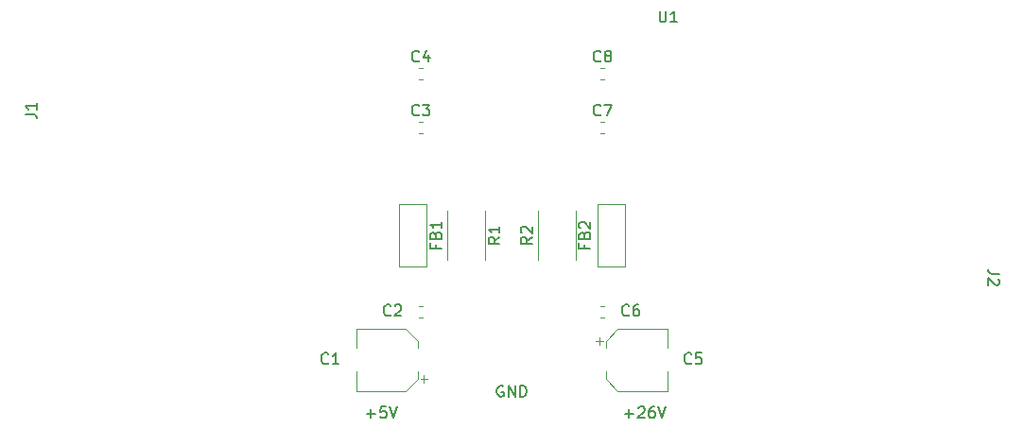
<source format=gto>
%TF.GenerationSoftware,KiCad,Pcbnew,(7.0.0)*%
%TF.CreationDate,2023-07-10T13:28:02+01:00*%
%TF.ProjectId,lc-b3-mpa,6c632d62-332d-46d7-9061-2e6b69636164,rev?*%
%TF.SameCoordinates,PX5bf2160PY7a21618*%
%TF.FileFunction,Legend,Top*%
%TF.FilePolarity,Positive*%
%FSLAX46Y46*%
G04 Gerber Fmt 4.6, Leading zero omitted, Abs format (unit mm)*
G04 Created by KiCad (PCBNEW (7.0.0)) date 2023-07-10 13:28:02*
%MOMM*%
%LPD*%
G01*
G04 APERTURE LIST*
%ADD10C,0.150000*%
%ADD11C,0.120000*%
G04 APERTURE END LIST*
D10*
X48195895Y4291200D02*
X48100657Y4338820D01*
X48100657Y4338820D02*
X47957800Y4338820D01*
X47957800Y4338820D02*
X47814943Y4291200D01*
X47814943Y4291200D02*
X47719705Y4195962D01*
X47719705Y4195962D02*
X47672086Y4100724D01*
X47672086Y4100724D02*
X47624467Y3910248D01*
X47624467Y3910248D02*
X47624467Y3767391D01*
X47624467Y3767391D02*
X47672086Y3576915D01*
X47672086Y3576915D02*
X47719705Y3481677D01*
X47719705Y3481677D02*
X47814943Y3386439D01*
X47814943Y3386439D02*
X47957800Y3338820D01*
X47957800Y3338820D02*
X48053038Y3338820D01*
X48053038Y3338820D02*
X48195895Y3386439D01*
X48195895Y3386439D02*
X48243514Y3434058D01*
X48243514Y3434058D02*
X48243514Y3767391D01*
X48243514Y3767391D02*
X48053038Y3767391D01*
X48672086Y3338820D02*
X48672086Y4338820D01*
X48672086Y4338820D02*
X49243514Y3338820D01*
X49243514Y3338820D02*
X49243514Y4338820D01*
X49719705Y3338820D02*
X49719705Y4338820D01*
X49719705Y4338820D02*
X49957800Y4338820D01*
X49957800Y4338820D02*
X50100657Y4291200D01*
X50100657Y4291200D02*
X50195895Y4195962D01*
X50195895Y4195962D02*
X50243514Y4100724D01*
X50243514Y4100724D02*
X50291133Y3910248D01*
X50291133Y3910248D02*
X50291133Y3767391D01*
X50291133Y3767391D02*
X50243514Y3576915D01*
X50243514Y3576915D02*
X50195895Y3481677D01*
X50195895Y3481677D02*
X50100657Y3386439D01*
X50100657Y3386439D02*
X49957800Y3338820D01*
X49957800Y3338820D02*
X49719705Y3338820D01*
X35988276Y1814772D02*
X36750181Y1814772D01*
X36369228Y1433820D02*
X36369228Y2195724D01*
X37702561Y2433820D02*
X37226371Y2433820D01*
X37226371Y2433820D02*
X37178752Y1957629D01*
X37178752Y1957629D02*
X37226371Y2005248D01*
X37226371Y2005248D02*
X37321609Y2052867D01*
X37321609Y2052867D02*
X37559704Y2052867D01*
X37559704Y2052867D02*
X37654942Y2005248D01*
X37654942Y2005248D02*
X37702561Y1957629D01*
X37702561Y1957629D02*
X37750180Y1862391D01*
X37750180Y1862391D02*
X37750180Y1624296D01*
X37750180Y1624296D02*
X37702561Y1529058D01*
X37702561Y1529058D02*
X37654942Y1481439D01*
X37654942Y1481439D02*
X37559704Y1433820D01*
X37559704Y1433820D02*
X37321609Y1433820D01*
X37321609Y1433820D02*
X37226371Y1481439D01*
X37226371Y1481439D02*
X37178752Y1529058D01*
X38035895Y2433820D02*
X38369228Y1433820D01*
X38369228Y1433820D02*
X38702561Y2433820D01*
X59101895Y1814772D02*
X59863800Y1814772D01*
X59482847Y1433820D02*
X59482847Y2195724D01*
X60292371Y2338581D02*
X60339990Y2386200D01*
X60339990Y2386200D02*
X60435228Y2433820D01*
X60435228Y2433820D02*
X60673323Y2433820D01*
X60673323Y2433820D02*
X60768561Y2386200D01*
X60768561Y2386200D02*
X60816180Y2338581D01*
X60816180Y2338581D02*
X60863799Y2243343D01*
X60863799Y2243343D02*
X60863799Y2148105D01*
X60863799Y2148105D02*
X60816180Y2005248D01*
X60816180Y2005248D02*
X60244752Y1433820D01*
X60244752Y1433820D02*
X60863799Y1433820D01*
X61720942Y2433820D02*
X61530466Y2433820D01*
X61530466Y2433820D02*
X61435228Y2386200D01*
X61435228Y2386200D02*
X61387609Y2338581D01*
X61387609Y2338581D02*
X61292371Y2195724D01*
X61292371Y2195724D02*
X61244752Y2005248D01*
X61244752Y2005248D02*
X61244752Y1624296D01*
X61244752Y1624296D02*
X61292371Y1529058D01*
X61292371Y1529058D02*
X61339990Y1481439D01*
X61339990Y1481439D02*
X61435228Y1433820D01*
X61435228Y1433820D02*
X61625704Y1433820D01*
X61625704Y1433820D02*
X61720942Y1481439D01*
X61720942Y1481439D02*
X61768561Y1529058D01*
X61768561Y1529058D02*
X61816180Y1624296D01*
X61816180Y1624296D02*
X61816180Y1862391D01*
X61816180Y1862391D02*
X61768561Y1957629D01*
X61768561Y1957629D02*
X61720942Y2005248D01*
X61720942Y2005248D02*
X61625704Y2052867D01*
X61625704Y2052867D02*
X61435228Y2052867D01*
X61435228Y2052867D02*
X61339990Y2005248D01*
X61339990Y2005248D02*
X61292371Y1957629D01*
X61292371Y1957629D02*
X61244752Y1862391D01*
X62101895Y2433820D02*
X62435228Y1433820D01*
X62435228Y1433820D02*
X62768561Y2433820D01*
%TO.C,C1*%
X32535133Y6355058D02*
X32487514Y6307439D01*
X32487514Y6307439D02*
X32344657Y6259820D01*
X32344657Y6259820D02*
X32249419Y6259820D01*
X32249419Y6259820D02*
X32106562Y6307439D01*
X32106562Y6307439D02*
X32011324Y6402677D01*
X32011324Y6402677D02*
X31963705Y6497915D01*
X31963705Y6497915D02*
X31916086Y6688391D01*
X31916086Y6688391D02*
X31916086Y6831248D01*
X31916086Y6831248D02*
X31963705Y7021724D01*
X31963705Y7021724D02*
X32011324Y7116962D01*
X32011324Y7116962D02*
X32106562Y7212200D01*
X32106562Y7212200D02*
X32249419Y7259820D01*
X32249419Y7259820D02*
X32344657Y7259820D01*
X32344657Y7259820D02*
X32487514Y7212200D01*
X32487514Y7212200D02*
X32535133Y7164581D01*
X33487514Y6259820D02*
X32916086Y6259820D01*
X33201800Y6259820D02*
X33201800Y7259820D01*
X33201800Y7259820D02*
X33106562Y7116962D01*
X33106562Y7116962D02*
X33011324Y7021724D01*
X33011324Y7021724D02*
X32916086Y6974105D01*
%TO.C,C2*%
X38123133Y10673058D02*
X38075514Y10625439D01*
X38075514Y10625439D02*
X37932657Y10577820D01*
X37932657Y10577820D02*
X37837419Y10577820D01*
X37837419Y10577820D02*
X37694562Y10625439D01*
X37694562Y10625439D02*
X37599324Y10720677D01*
X37599324Y10720677D02*
X37551705Y10815915D01*
X37551705Y10815915D02*
X37504086Y11006391D01*
X37504086Y11006391D02*
X37504086Y11149248D01*
X37504086Y11149248D02*
X37551705Y11339724D01*
X37551705Y11339724D02*
X37599324Y11434962D01*
X37599324Y11434962D02*
X37694562Y11530200D01*
X37694562Y11530200D02*
X37837419Y11577820D01*
X37837419Y11577820D02*
X37932657Y11577820D01*
X37932657Y11577820D02*
X38075514Y11530200D01*
X38075514Y11530200D02*
X38123133Y11482581D01*
X38504086Y11482581D02*
X38551705Y11530200D01*
X38551705Y11530200D02*
X38646943Y11577820D01*
X38646943Y11577820D02*
X38885038Y11577820D01*
X38885038Y11577820D02*
X38980276Y11530200D01*
X38980276Y11530200D02*
X39027895Y11482581D01*
X39027895Y11482581D02*
X39075514Y11387343D01*
X39075514Y11387343D02*
X39075514Y11292105D01*
X39075514Y11292105D02*
X39027895Y11149248D01*
X39027895Y11149248D02*
X38456467Y10577820D01*
X38456467Y10577820D02*
X39075514Y10577820D01*
%TO.C,C3*%
X40663133Y28613058D02*
X40615514Y28565439D01*
X40615514Y28565439D02*
X40472657Y28517820D01*
X40472657Y28517820D02*
X40377419Y28517820D01*
X40377419Y28517820D02*
X40234562Y28565439D01*
X40234562Y28565439D02*
X40139324Y28660677D01*
X40139324Y28660677D02*
X40091705Y28755915D01*
X40091705Y28755915D02*
X40044086Y28946391D01*
X40044086Y28946391D02*
X40044086Y29089248D01*
X40044086Y29089248D02*
X40091705Y29279724D01*
X40091705Y29279724D02*
X40139324Y29374962D01*
X40139324Y29374962D02*
X40234562Y29470200D01*
X40234562Y29470200D02*
X40377419Y29517820D01*
X40377419Y29517820D02*
X40472657Y29517820D01*
X40472657Y29517820D02*
X40615514Y29470200D01*
X40615514Y29470200D02*
X40663133Y29422581D01*
X40996467Y29517820D02*
X41615514Y29517820D01*
X41615514Y29517820D02*
X41282181Y29136867D01*
X41282181Y29136867D02*
X41425038Y29136867D01*
X41425038Y29136867D02*
X41520276Y29089248D01*
X41520276Y29089248D02*
X41567895Y29041629D01*
X41567895Y29041629D02*
X41615514Y28946391D01*
X41615514Y28946391D02*
X41615514Y28708296D01*
X41615514Y28708296D02*
X41567895Y28613058D01*
X41567895Y28613058D02*
X41520276Y28565439D01*
X41520276Y28565439D02*
X41425038Y28517820D01*
X41425038Y28517820D02*
X41139324Y28517820D01*
X41139324Y28517820D02*
X41044086Y28565439D01*
X41044086Y28565439D02*
X40996467Y28613058D01*
%TO.C,C4*%
X40663133Y33439058D02*
X40615514Y33391439D01*
X40615514Y33391439D02*
X40472657Y33343820D01*
X40472657Y33343820D02*
X40377419Y33343820D01*
X40377419Y33343820D02*
X40234562Y33391439D01*
X40234562Y33391439D02*
X40139324Y33486677D01*
X40139324Y33486677D02*
X40091705Y33581915D01*
X40091705Y33581915D02*
X40044086Y33772391D01*
X40044086Y33772391D02*
X40044086Y33915248D01*
X40044086Y33915248D02*
X40091705Y34105724D01*
X40091705Y34105724D02*
X40139324Y34200962D01*
X40139324Y34200962D02*
X40234562Y34296200D01*
X40234562Y34296200D02*
X40377419Y34343820D01*
X40377419Y34343820D02*
X40472657Y34343820D01*
X40472657Y34343820D02*
X40615514Y34296200D01*
X40615514Y34296200D02*
X40663133Y34248581D01*
X41520276Y34010486D02*
X41520276Y33343820D01*
X41282181Y34391439D02*
X41044086Y33677153D01*
X41044086Y33677153D02*
X41663133Y33677153D01*
%TO.C,C5*%
X65047133Y6355058D02*
X64999514Y6307439D01*
X64999514Y6307439D02*
X64856657Y6259820D01*
X64856657Y6259820D02*
X64761419Y6259820D01*
X64761419Y6259820D02*
X64618562Y6307439D01*
X64618562Y6307439D02*
X64523324Y6402677D01*
X64523324Y6402677D02*
X64475705Y6497915D01*
X64475705Y6497915D02*
X64428086Y6688391D01*
X64428086Y6688391D02*
X64428086Y6831248D01*
X64428086Y6831248D02*
X64475705Y7021724D01*
X64475705Y7021724D02*
X64523324Y7116962D01*
X64523324Y7116962D02*
X64618562Y7212200D01*
X64618562Y7212200D02*
X64761419Y7259820D01*
X64761419Y7259820D02*
X64856657Y7259820D01*
X64856657Y7259820D02*
X64999514Y7212200D01*
X64999514Y7212200D02*
X65047133Y7164581D01*
X65951895Y7259820D02*
X65475705Y7259820D01*
X65475705Y7259820D02*
X65428086Y6783629D01*
X65428086Y6783629D02*
X65475705Y6831248D01*
X65475705Y6831248D02*
X65570943Y6878867D01*
X65570943Y6878867D02*
X65809038Y6878867D01*
X65809038Y6878867D02*
X65904276Y6831248D01*
X65904276Y6831248D02*
X65951895Y6783629D01*
X65951895Y6783629D02*
X65999514Y6688391D01*
X65999514Y6688391D02*
X65999514Y6450296D01*
X65999514Y6450296D02*
X65951895Y6355058D01*
X65951895Y6355058D02*
X65904276Y6307439D01*
X65904276Y6307439D02*
X65809038Y6259820D01*
X65809038Y6259820D02*
X65570943Y6259820D01*
X65570943Y6259820D02*
X65475705Y6307439D01*
X65475705Y6307439D02*
X65428086Y6355058D01*
%TO.C,C6*%
X59459133Y10673058D02*
X59411514Y10625439D01*
X59411514Y10625439D02*
X59268657Y10577820D01*
X59268657Y10577820D02*
X59173419Y10577820D01*
X59173419Y10577820D02*
X59030562Y10625439D01*
X59030562Y10625439D02*
X58935324Y10720677D01*
X58935324Y10720677D02*
X58887705Y10815915D01*
X58887705Y10815915D02*
X58840086Y11006391D01*
X58840086Y11006391D02*
X58840086Y11149248D01*
X58840086Y11149248D02*
X58887705Y11339724D01*
X58887705Y11339724D02*
X58935324Y11434962D01*
X58935324Y11434962D02*
X59030562Y11530200D01*
X59030562Y11530200D02*
X59173419Y11577820D01*
X59173419Y11577820D02*
X59268657Y11577820D01*
X59268657Y11577820D02*
X59411514Y11530200D01*
X59411514Y11530200D02*
X59459133Y11482581D01*
X60316276Y11577820D02*
X60125800Y11577820D01*
X60125800Y11577820D02*
X60030562Y11530200D01*
X60030562Y11530200D02*
X59982943Y11482581D01*
X59982943Y11482581D02*
X59887705Y11339724D01*
X59887705Y11339724D02*
X59840086Y11149248D01*
X59840086Y11149248D02*
X59840086Y10768296D01*
X59840086Y10768296D02*
X59887705Y10673058D01*
X59887705Y10673058D02*
X59935324Y10625439D01*
X59935324Y10625439D02*
X60030562Y10577820D01*
X60030562Y10577820D02*
X60221038Y10577820D01*
X60221038Y10577820D02*
X60316276Y10625439D01*
X60316276Y10625439D02*
X60363895Y10673058D01*
X60363895Y10673058D02*
X60411514Y10768296D01*
X60411514Y10768296D02*
X60411514Y11006391D01*
X60411514Y11006391D02*
X60363895Y11101629D01*
X60363895Y11101629D02*
X60316276Y11149248D01*
X60316276Y11149248D02*
X60221038Y11196867D01*
X60221038Y11196867D02*
X60030562Y11196867D01*
X60030562Y11196867D02*
X59935324Y11149248D01*
X59935324Y11149248D02*
X59887705Y11101629D01*
X59887705Y11101629D02*
X59840086Y11006391D01*
%TO.C,C7*%
X56919133Y28613058D02*
X56871514Y28565439D01*
X56871514Y28565439D02*
X56728657Y28517820D01*
X56728657Y28517820D02*
X56633419Y28517820D01*
X56633419Y28517820D02*
X56490562Y28565439D01*
X56490562Y28565439D02*
X56395324Y28660677D01*
X56395324Y28660677D02*
X56347705Y28755915D01*
X56347705Y28755915D02*
X56300086Y28946391D01*
X56300086Y28946391D02*
X56300086Y29089248D01*
X56300086Y29089248D02*
X56347705Y29279724D01*
X56347705Y29279724D02*
X56395324Y29374962D01*
X56395324Y29374962D02*
X56490562Y29470200D01*
X56490562Y29470200D02*
X56633419Y29517820D01*
X56633419Y29517820D02*
X56728657Y29517820D01*
X56728657Y29517820D02*
X56871514Y29470200D01*
X56871514Y29470200D02*
X56919133Y29422581D01*
X57252467Y29517820D02*
X57919133Y29517820D01*
X57919133Y29517820D02*
X57490562Y28517820D01*
%TO.C,C8*%
X56919133Y33439058D02*
X56871514Y33391439D01*
X56871514Y33391439D02*
X56728657Y33343820D01*
X56728657Y33343820D02*
X56633419Y33343820D01*
X56633419Y33343820D02*
X56490562Y33391439D01*
X56490562Y33391439D02*
X56395324Y33486677D01*
X56395324Y33486677D02*
X56347705Y33581915D01*
X56347705Y33581915D02*
X56300086Y33772391D01*
X56300086Y33772391D02*
X56300086Y33915248D01*
X56300086Y33915248D02*
X56347705Y34105724D01*
X56347705Y34105724D02*
X56395324Y34200962D01*
X56395324Y34200962D02*
X56490562Y34296200D01*
X56490562Y34296200D02*
X56633419Y34343820D01*
X56633419Y34343820D02*
X56728657Y34343820D01*
X56728657Y34343820D02*
X56871514Y34296200D01*
X56871514Y34296200D02*
X56919133Y34248581D01*
X57490562Y33915248D02*
X57395324Y33962867D01*
X57395324Y33962867D02*
X57347705Y34010486D01*
X57347705Y34010486D02*
X57300086Y34105724D01*
X57300086Y34105724D02*
X57300086Y34153343D01*
X57300086Y34153343D02*
X57347705Y34248581D01*
X57347705Y34248581D02*
X57395324Y34296200D01*
X57395324Y34296200D02*
X57490562Y34343820D01*
X57490562Y34343820D02*
X57681038Y34343820D01*
X57681038Y34343820D02*
X57776276Y34296200D01*
X57776276Y34296200D02*
X57823895Y34248581D01*
X57823895Y34248581D02*
X57871514Y34153343D01*
X57871514Y34153343D02*
X57871514Y34105724D01*
X57871514Y34105724D02*
X57823895Y34010486D01*
X57823895Y34010486D02*
X57776276Y33962867D01*
X57776276Y33962867D02*
X57681038Y33915248D01*
X57681038Y33915248D02*
X57490562Y33915248D01*
X57490562Y33915248D02*
X57395324Y33867629D01*
X57395324Y33867629D02*
X57347705Y33820010D01*
X57347705Y33820010D02*
X57300086Y33724772D01*
X57300086Y33724772D02*
X57300086Y33534296D01*
X57300086Y33534296D02*
X57347705Y33439058D01*
X57347705Y33439058D02*
X57395324Y33391439D01*
X57395324Y33391439D02*
X57490562Y33343820D01*
X57490562Y33343820D02*
X57681038Y33343820D01*
X57681038Y33343820D02*
X57776276Y33391439D01*
X57776276Y33391439D02*
X57823895Y33439058D01*
X57823895Y33439058D02*
X57871514Y33534296D01*
X57871514Y33534296D02*
X57871514Y33724772D01*
X57871514Y33724772D02*
X57823895Y33820010D01*
X57823895Y33820010D02*
X57776276Y33867629D01*
X57776276Y33867629D02*
X57681038Y33915248D01*
%TO.C,FB1*%
X42131371Y16969867D02*
X42131371Y16636534D01*
X42655180Y16636534D02*
X41655180Y16636534D01*
X41655180Y16636534D02*
X41655180Y17112724D01*
X42131371Y17827010D02*
X42178990Y17969867D01*
X42178990Y17969867D02*
X42226609Y18017486D01*
X42226609Y18017486D02*
X42321847Y18065105D01*
X42321847Y18065105D02*
X42464704Y18065105D01*
X42464704Y18065105D02*
X42559942Y18017486D01*
X42559942Y18017486D02*
X42607561Y17969867D01*
X42607561Y17969867D02*
X42655180Y17874629D01*
X42655180Y17874629D02*
X42655180Y17493677D01*
X42655180Y17493677D02*
X41655180Y17493677D01*
X41655180Y17493677D02*
X41655180Y17827010D01*
X41655180Y17827010D02*
X41702800Y17922248D01*
X41702800Y17922248D02*
X41750419Y17969867D01*
X41750419Y17969867D02*
X41845657Y18017486D01*
X41845657Y18017486D02*
X41940895Y18017486D01*
X41940895Y18017486D02*
X42036133Y17969867D01*
X42036133Y17969867D02*
X42083752Y17922248D01*
X42083752Y17922248D02*
X42131371Y17827010D01*
X42131371Y17827010D02*
X42131371Y17493677D01*
X42655180Y19017486D02*
X42655180Y18446058D01*
X42655180Y18731772D02*
X41655180Y18731772D01*
X41655180Y18731772D02*
X41798038Y18636534D01*
X41798038Y18636534D02*
X41893276Y18541296D01*
X41893276Y18541296D02*
X41940895Y18446058D01*
%TO.C,FB2*%
X55471371Y16969867D02*
X55471371Y16636534D01*
X55995180Y16636534D02*
X54995180Y16636534D01*
X54995180Y16636534D02*
X54995180Y17112724D01*
X55471371Y17827010D02*
X55518990Y17969867D01*
X55518990Y17969867D02*
X55566609Y18017486D01*
X55566609Y18017486D02*
X55661847Y18065105D01*
X55661847Y18065105D02*
X55804704Y18065105D01*
X55804704Y18065105D02*
X55899942Y18017486D01*
X55899942Y18017486D02*
X55947561Y17969867D01*
X55947561Y17969867D02*
X55995180Y17874629D01*
X55995180Y17874629D02*
X55995180Y17493677D01*
X55995180Y17493677D02*
X54995180Y17493677D01*
X54995180Y17493677D02*
X54995180Y17827010D01*
X54995180Y17827010D02*
X55042800Y17922248D01*
X55042800Y17922248D02*
X55090419Y17969867D01*
X55090419Y17969867D02*
X55185657Y18017486D01*
X55185657Y18017486D02*
X55280895Y18017486D01*
X55280895Y18017486D02*
X55376133Y17969867D01*
X55376133Y17969867D02*
X55423752Y17922248D01*
X55423752Y17922248D02*
X55471371Y17827010D01*
X55471371Y17827010D02*
X55471371Y17493677D01*
X55090419Y18446058D02*
X55042800Y18493677D01*
X55042800Y18493677D02*
X54995180Y18588915D01*
X54995180Y18588915D02*
X54995180Y18827010D01*
X54995180Y18827010D02*
X55042800Y18922248D01*
X55042800Y18922248D02*
X55090419Y18969867D01*
X55090419Y18969867D02*
X55185657Y19017486D01*
X55185657Y19017486D02*
X55280895Y19017486D01*
X55280895Y19017486D02*
X55423752Y18969867D01*
X55423752Y18969867D02*
X55995180Y18398439D01*
X55995180Y18398439D02*
X55995180Y19017486D01*
%TO.C,J1*%
X5399880Y28652288D02*
X6114166Y28652288D01*
X6114166Y28652288D02*
X6257023Y28604669D01*
X6257023Y28604669D02*
X6352261Y28509431D01*
X6352261Y28509431D02*
X6399880Y28366574D01*
X6399880Y28366574D02*
X6399880Y28271336D01*
X6399880Y29652288D02*
X6399880Y29080860D01*
X6399880Y29366574D02*
X5399880Y29366574D01*
X5399880Y29366574D02*
X5542738Y29271336D01*
X5542738Y29271336D02*
X5637976Y29176098D01*
X5637976Y29176098D02*
X5685595Y29080860D01*
%TO.C,J2*%
X92632619Y14333334D02*
X91918333Y14333334D01*
X91918333Y14333334D02*
X91775476Y14380953D01*
X91775476Y14380953D02*
X91680238Y14476191D01*
X91680238Y14476191D02*
X91632619Y14619048D01*
X91632619Y14619048D02*
X91632619Y14714286D01*
X92537380Y13904762D02*
X92585000Y13857143D01*
X92585000Y13857143D02*
X92632619Y13761905D01*
X92632619Y13761905D02*
X92632619Y13523810D01*
X92632619Y13523810D02*
X92585000Y13428572D01*
X92585000Y13428572D02*
X92537380Y13380953D01*
X92537380Y13380953D02*
X92442142Y13333334D01*
X92442142Y13333334D02*
X92346904Y13333334D01*
X92346904Y13333334D02*
X92204047Y13380953D01*
X92204047Y13380953D02*
X91632619Y13952381D01*
X91632619Y13952381D02*
X91632619Y13333334D01*
%TO.C,R1*%
X47881180Y17636534D02*
X47404990Y17303201D01*
X47881180Y17065106D02*
X46881180Y17065106D01*
X46881180Y17065106D02*
X46881180Y17446058D01*
X46881180Y17446058D02*
X46928800Y17541296D01*
X46928800Y17541296D02*
X46976419Y17588915D01*
X46976419Y17588915D02*
X47071657Y17636534D01*
X47071657Y17636534D02*
X47214514Y17636534D01*
X47214514Y17636534D02*
X47309752Y17588915D01*
X47309752Y17588915D02*
X47357371Y17541296D01*
X47357371Y17541296D02*
X47404990Y17446058D01*
X47404990Y17446058D02*
X47404990Y17065106D01*
X47881180Y18588915D02*
X47881180Y18017487D01*
X47881180Y18303201D02*
X46881180Y18303201D01*
X46881180Y18303201D02*
X47024038Y18207963D01*
X47024038Y18207963D02*
X47119276Y18112725D01*
X47119276Y18112725D02*
X47166895Y18017487D01*
%TO.C,R2*%
X50769180Y17636534D02*
X50292990Y17303201D01*
X50769180Y17065106D02*
X49769180Y17065106D01*
X49769180Y17065106D02*
X49769180Y17446058D01*
X49769180Y17446058D02*
X49816800Y17541296D01*
X49816800Y17541296D02*
X49864419Y17588915D01*
X49864419Y17588915D02*
X49959657Y17636534D01*
X49959657Y17636534D02*
X50102514Y17636534D01*
X50102514Y17636534D02*
X50197752Y17588915D01*
X50197752Y17588915D02*
X50245371Y17541296D01*
X50245371Y17541296D02*
X50292990Y17446058D01*
X50292990Y17446058D02*
X50292990Y17065106D01*
X49864419Y18017487D02*
X49816800Y18065106D01*
X49816800Y18065106D02*
X49769180Y18160344D01*
X49769180Y18160344D02*
X49769180Y18398439D01*
X49769180Y18398439D02*
X49816800Y18493677D01*
X49816800Y18493677D02*
X49864419Y18541296D01*
X49864419Y18541296D02*
X49959657Y18588915D01*
X49959657Y18588915D02*
X50054895Y18588915D01*
X50054895Y18588915D02*
X50197752Y18541296D01*
X50197752Y18541296D02*
X50769180Y17969868D01*
X50769180Y17969868D02*
X50769180Y18588915D01*
%TO.C,U1*%
X62208095Y37892620D02*
X62208095Y37083096D01*
X62208095Y37083096D02*
X62255714Y36987858D01*
X62255714Y36987858D02*
X62303333Y36940239D01*
X62303333Y36940239D02*
X62398571Y36892620D01*
X62398571Y36892620D02*
X62589047Y36892620D01*
X62589047Y36892620D02*
X62684285Y36940239D01*
X62684285Y36940239D02*
X62731904Y36987858D01*
X62731904Y36987858D02*
X62779523Y37083096D01*
X62779523Y37083096D02*
X62779523Y37892620D01*
X63779523Y36892620D02*
X63208095Y36892620D01*
X63493809Y36892620D02*
X63493809Y37892620D01*
X63493809Y37892620D02*
X63398571Y37749762D01*
X63398571Y37749762D02*
X63303333Y37654524D01*
X63303333Y37654524D02*
X63208095Y37606905D01*
D11*
%TO.C,C1*%
X41406800Y4942200D02*
X40781800Y4942200D01*
X41094300Y4629700D02*
X41094300Y5254700D01*
X40541800Y4931637D02*
X40541800Y5567200D01*
X40541800Y4931637D02*
X39477363Y3867200D01*
X40541800Y8322763D02*
X40541800Y7687200D01*
X40541800Y8322763D02*
X39477363Y9387200D01*
X39477363Y3867200D02*
X35021800Y3867200D01*
X39477363Y9387200D02*
X35021800Y9387200D01*
X35021800Y3867200D02*
X35021800Y5567200D01*
X35021800Y9387200D02*
X35021800Y7687200D01*
%TO.C,C2*%
X40689220Y11455200D02*
X40970380Y11455200D01*
X40689220Y10435200D02*
X40970380Y10435200D01*
%TO.C,C3*%
X40689220Y27965200D02*
X40970380Y27965200D01*
X40689220Y26945200D02*
X40970380Y26945200D01*
%TO.C,C4*%
X40689220Y32791200D02*
X40970380Y32791200D01*
X40689220Y31771200D02*
X40970380Y31771200D01*
%TO.C,C5*%
X56508800Y8312200D02*
X57133800Y8312200D01*
X56821300Y8624700D02*
X56821300Y7999700D01*
X57373800Y8322763D02*
X57373800Y7687200D01*
X57373800Y8322763D02*
X58438237Y9387200D01*
X57373800Y4931637D02*
X57373800Y5567200D01*
X57373800Y4931637D02*
X58438237Y3867200D01*
X58438237Y9387200D02*
X62893800Y9387200D01*
X58438237Y3867200D02*
X62893800Y3867200D01*
X62893800Y9387200D02*
X62893800Y7687200D01*
X62893800Y3867200D02*
X62893800Y5567200D01*
%TO.C,C6*%
X56945220Y11455200D02*
X57226380Y11455200D01*
X56945220Y10435200D02*
X57226380Y10435200D01*
%TO.C,C7*%
X56945220Y27965200D02*
X57226380Y27965200D01*
X56945220Y26945200D02*
X57226380Y26945200D01*
%TO.C,C8*%
X56945220Y32791200D02*
X57226380Y32791200D01*
X56945220Y31771200D02*
X57226380Y31771200D01*
%TO.C,FB1*%
X41287800Y20573200D02*
X38847800Y20573200D01*
X38847800Y20573200D02*
X38847800Y15033200D01*
X41287800Y15033200D02*
X41287800Y20573200D01*
X38847800Y15033200D02*
X41287800Y15033200D01*
%TO.C,FB2*%
X56627800Y15033200D02*
X59067800Y15033200D01*
X59067800Y15033200D02*
X59067800Y20573200D01*
X56627800Y20573200D02*
X56627800Y15033200D01*
X59067800Y20573200D02*
X56627800Y20573200D01*
%TO.C,R1*%
X46603800Y19980264D02*
X46603800Y15626136D01*
X43183800Y19980264D02*
X43183800Y15626136D01*
%TO.C,R2*%
X51311800Y15626136D02*
X51311800Y19980264D01*
X54731800Y15626136D02*
X54731800Y19980264D01*
%TD*%
M02*

</source>
